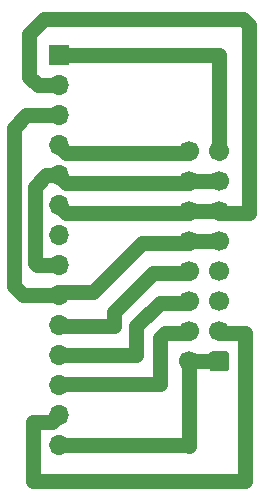
<source format=gbr>
%TF.GenerationSoftware,KiCad,Pcbnew,(5.1.8-0-10_14)*%
%TF.CreationDate,2021-03-30T15:30:47-04:00*%
%TF.ProjectId,TFT,5446542e-6b69-4636-9164-5f7063625858,rev?*%
%TF.SameCoordinates,PX989680PY32730a0*%
%TF.FileFunction,Copper,L2,Bot*%
%TF.FilePolarity,Positive*%
%FSLAX46Y46*%
G04 Gerber Fmt 4.6, Leading zero omitted, Abs format (unit mm)*
G04 Created by KiCad (PCBNEW (5.1.8-0-10_14)) date 2021-03-30 15:30:47*
%MOMM*%
%LPD*%
G01*
G04 APERTURE LIST*
%TA.AperFunction,ComponentPad*%
%ADD10C,1.700000*%
%TD*%
%TA.AperFunction,ComponentPad*%
%ADD11O,1.700000X1.700000*%
%TD*%
%TA.AperFunction,ComponentPad*%
%ADD12R,1.700000X1.700000*%
%TD*%
%TA.AperFunction,Conductor*%
%ADD13C,1.250000*%
%TD*%
G04 APERTURE END LIST*
D10*
%TO.P,J2,16*%
%TO.N,T_CS*%
X16760000Y29480000D03*
%TO.P,J2,14*%
%TO.N,SLCK*%
X16760000Y26940000D03*
%TO.P,J2,12*%
%TO.N,MISO*%
X16760000Y24400000D03*
%TO.P,J2,10*%
%TO.N,MOSI*%
X16760000Y21860000D03*
%TO.P,J2,8*%
%TO.N,DC*%
X16760000Y19320000D03*
%TO.P,J2,6*%
%TO.N,RESET*%
X16760000Y16780000D03*
%TO.P,J2,4*%
%TO.N,CS*%
X16760000Y14240000D03*
%TO.P,J2,2*%
%TO.N,VCC*%
X16760000Y11700000D03*
%TO.P,J2,15*%
%TO.N,T_IRQ*%
X19300000Y29480000D03*
%TO.P,J2,13*%
%TO.N,SLCK*%
X19300000Y26940000D03*
%TO.P,J2,11*%
%TO.N,MISO*%
X19300000Y24400000D03*
%TO.P,J2,9*%
%TO.N,MOSI*%
X19300000Y21860000D03*
%TO.P,J2,7*%
%TO.N,Net-(J2-Pad7)*%
X19300000Y19320000D03*
%TO.P,J2,5*%
%TO.N,Net-(J2-Pad5)*%
X19300000Y16780000D03*
%TO.P,J2,3*%
%TO.N,GND*%
X19300000Y14240000D03*
%TO.P,J2,1*%
%TO.N,VCC*%
%TA.AperFunction,ComponentPad*%
G36*
G01*
X20150000Y12300000D02*
X20150000Y11100000D01*
G75*
G02*
X19900000Y10850000I-250000J0D01*
G01*
X18700000Y10850000D01*
G75*
G02*
X18450000Y11100000I0J250000D01*
G01*
X18450000Y12300000D01*
G75*
G02*
X18700000Y12550000I250000J0D01*
G01*
X19900000Y12550000D01*
G75*
G02*
X20150000Y12300000I0J-250000D01*
G01*
G37*
%TD.AperFunction*%
%TD*%
D11*
%TO.P,J1,14*%
%TO.N,VCC*%
X5700000Y4580000D03*
%TO.P,J1,13*%
%TO.N,GND*%
X5700000Y7120000D03*
%TO.P,J1,12*%
%TO.N,CS*%
X5700000Y9660000D03*
%TO.P,J1,11*%
%TO.N,RESET*%
X5700000Y12200000D03*
%TO.P,J1,10*%
%TO.N,DC*%
X5700000Y14740000D03*
%TO.P,J1,9*%
%TO.N,MOSI*%
X5700000Y17280000D03*
%TO.P,J1,8*%
%TO.N,SLCK*%
X5700000Y19820000D03*
%TO.P,J1,7*%
%TO.N,VCC*%
X5700000Y22360000D03*
%TO.P,J1,6*%
%TO.N,MISO*%
X5700000Y24900000D03*
%TO.P,J1,5*%
%TO.N,SLCK*%
X5700000Y27440000D03*
%TO.P,J1,4*%
%TO.N,T_CS*%
X5700000Y29980000D03*
%TO.P,J1,3*%
%TO.N,MOSI*%
X5700000Y32520000D03*
%TO.P,J1,2*%
%TO.N,MISO*%
X5700000Y35060000D03*
D12*
%TO.P,J1,1*%
%TO.N,T_IRQ*%
X5700000Y37600000D03*
%TD*%
D13*
%TO.N,VCC*%
X16760000Y11600000D02*
X16760000Y4560000D01*
X16740000Y4580000D02*
X5700000Y4580000D01*
X16760000Y4560000D02*
X16740000Y4580000D01*
X16760000Y11700000D02*
X19300000Y11700000D01*
%TO.N,GND*%
X5180000Y6600000D02*
X5700000Y7120000D01*
X3500000Y6600000D02*
X5180000Y6600000D01*
X3500000Y1600000D02*
X3500000Y6600000D01*
X21460000Y14140000D02*
X21500000Y14100000D01*
X21500000Y1600000D02*
X3500000Y1600000D01*
X21500000Y14100000D02*
X21500000Y1600000D01*
X19300000Y14140000D02*
X21460000Y14140000D01*
%TO.N,CS*%
X16760000Y14140000D02*
X14740000Y14140000D01*
X14740000Y14140000D02*
X14300000Y13700000D01*
X14300000Y13700000D02*
X14300000Y9800000D01*
X5840000Y9800000D02*
X5700000Y9660000D01*
X14300000Y9800000D02*
X5840000Y9800000D01*
%TO.N,RESET*%
X16760000Y16680000D02*
X14280000Y16680000D01*
X14280000Y16680000D02*
X12300000Y14700000D01*
X12300000Y14700000D02*
X12300000Y12200000D01*
X12300000Y12200000D02*
X5700000Y12200000D01*
%TO.N,DC*%
X16760000Y19220000D02*
X13720000Y19220000D01*
X13720000Y19220000D02*
X10400000Y15900000D01*
X10400000Y15900000D02*
X10400000Y14700000D01*
X5740000Y14700000D02*
X5700000Y14740000D01*
X10400000Y14700000D02*
X5740000Y14700000D01*
%TO.N,MOSI*%
X16760000Y21760000D02*
X12760000Y21760000D01*
X12760000Y21760000D02*
X8600000Y17600000D01*
X6020000Y17600000D02*
X5700000Y17280000D01*
X8600000Y17600000D02*
X6020000Y17600000D01*
X2920000Y32520000D02*
X5700000Y32520000D01*
X1900000Y31500000D02*
X2920000Y32520000D01*
X1900000Y18100000D02*
X1900000Y31500000D01*
X2720000Y17280000D02*
X1900000Y18100000D01*
X5700000Y17280000D02*
X2720000Y17280000D01*
X16760000Y21860000D02*
X19300000Y21860000D01*
%TO.N,SLCK*%
X6300000Y26840000D02*
X5700000Y27440000D01*
X16760000Y26840000D02*
X6300000Y26840000D01*
X5700000Y19820000D02*
X3920000Y19820000D01*
X3920000Y19820000D02*
X3700000Y20040000D01*
X3700000Y20040000D02*
X3700000Y26500000D01*
X4640000Y27440000D02*
X5700000Y27440000D01*
X3700000Y26500000D02*
X4640000Y27440000D01*
X16760000Y26940000D02*
X19300000Y26940000D01*
%TO.N,MISO*%
X6300000Y24300000D02*
X5700000Y24900000D01*
X16760000Y24300000D02*
X6300000Y24300000D01*
X3940000Y35060000D02*
X5700000Y35060000D01*
X3200000Y39400000D02*
X3200000Y35800000D01*
X3200000Y35800000D02*
X3940000Y35060000D01*
X4500000Y40700000D02*
X3200000Y39400000D01*
X21300000Y40700000D02*
X4500000Y40700000D01*
X21800000Y40200000D02*
X21300000Y40700000D01*
X21800000Y24300000D02*
X21800000Y40200000D01*
X19300000Y24300000D02*
X21800000Y24300000D01*
X16760000Y24400000D02*
X19300000Y24400000D01*
%TO.N,T_CS*%
X6300000Y29380000D02*
X5700000Y29980000D01*
X16760000Y29380000D02*
X6300000Y29380000D01*
%TO.N,T_IRQ*%
X19300000Y29380000D02*
X19300000Y37600000D01*
X19300000Y37600000D02*
X5700000Y37600000D01*
%TD*%
M02*

</source>
